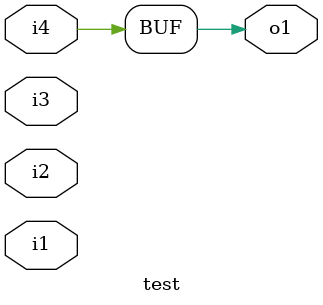
<source format=v>

module test ( 
    i1, i2, i3, i4,
    o1  );
  input  i1, i2, i3, i4;
  output o1;
  assign o1 = i4;
endmodule



</source>
